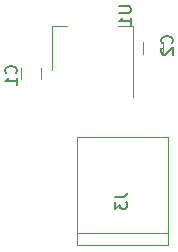
<source format=gbo>
G04 #@! TF.FileFunction,Legend,Bot*
%FSLAX46Y46*%
G04 Gerber Fmt 4.6, Leading zero omitted, Abs format (unit mm)*
G04 Created by KiCad (PCBNEW 4.0.7-e2-6376~58~ubuntu17.04.1) date Tue Sep  5 17:35:11 2017*
%MOMM*%
%LPD*%
G01*
G04 APERTURE LIST*
%ADD10C,0.100000*%
%ADD11C,0.120000*%
%ADD12C,0.150000*%
G04 APERTURE END LIST*
D10*
D11*
X152440000Y-105850000D02*
X144740000Y-105850000D01*
X152440000Y-106850000D02*
X144740000Y-106850000D01*
X144740000Y-106850000D02*
X144740000Y-97650000D01*
X144740000Y-97650000D02*
X152440000Y-97650000D01*
X152440000Y-97650000D02*
X152440000Y-106850000D01*
X141693000Y-91803600D02*
X141693000Y-92803600D01*
X139993000Y-92803600D02*
X139993000Y-91803600D01*
X150280000Y-90670000D02*
X150280000Y-89670000D01*
X151980000Y-89670000D02*
X151980000Y-90670000D01*
X142640000Y-88260000D02*
X143900000Y-88260000D01*
X149460000Y-88260000D02*
X148200000Y-88260000D01*
X142640000Y-92020000D02*
X142640000Y-88260000D01*
X149460000Y-94270000D02*
X149460000Y-88260000D01*
D12*
X147966181Y-102765267D02*
X148680467Y-102765267D01*
X148823324Y-102717647D01*
X148918562Y-102622409D01*
X148966181Y-102479552D01*
X148966181Y-102384314D01*
X147966181Y-103146219D02*
X147966181Y-103765267D01*
X148347133Y-103431933D01*
X148347133Y-103574791D01*
X148394752Y-103670029D01*
X148442371Y-103717648D01*
X148537610Y-103765267D01*
X148775705Y-103765267D01*
X148870943Y-103717648D01*
X148918562Y-103670029D01*
X148966181Y-103574791D01*
X148966181Y-103289076D01*
X148918562Y-103193838D01*
X148870943Y-103146219D01*
X139549143Y-92289334D02*
X139596762Y-92241715D01*
X139644381Y-92098858D01*
X139644381Y-92003620D01*
X139596762Y-91860762D01*
X139501524Y-91765524D01*
X139406286Y-91717905D01*
X139215810Y-91670286D01*
X139072952Y-91670286D01*
X138882476Y-91717905D01*
X138787238Y-91765524D01*
X138692000Y-91860762D01*
X138644381Y-92003620D01*
X138644381Y-92098858D01*
X138692000Y-92241715D01*
X138739619Y-92289334D01*
X139644381Y-93241715D02*
X139644381Y-92670286D01*
X139644381Y-92956000D02*
X138644381Y-92956000D01*
X138787238Y-92860762D01*
X138882476Y-92765524D01*
X138930095Y-92670286D01*
X152757143Y-89749334D02*
X152804762Y-89701715D01*
X152852381Y-89558858D01*
X152852381Y-89463620D01*
X152804762Y-89320762D01*
X152709524Y-89225524D01*
X152614286Y-89177905D01*
X152423810Y-89130286D01*
X152280952Y-89130286D01*
X152090476Y-89177905D01*
X151995238Y-89225524D01*
X151900000Y-89320762D01*
X151852381Y-89463620D01*
X151852381Y-89558858D01*
X151900000Y-89701715D01*
X151947619Y-89749334D01*
X151947619Y-90130286D02*
X151900000Y-90177905D01*
X151852381Y-90273143D01*
X151852381Y-90511239D01*
X151900000Y-90606477D01*
X151947619Y-90654096D01*
X152042857Y-90701715D01*
X152138095Y-90701715D01*
X152280952Y-90654096D01*
X152852381Y-90082667D01*
X152852381Y-90701715D01*
X148296381Y-86614095D02*
X149105905Y-86614095D01*
X149201143Y-86661714D01*
X149248762Y-86709333D01*
X149296381Y-86804571D01*
X149296381Y-86995048D01*
X149248762Y-87090286D01*
X149201143Y-87137905D01*
X149105905Y-87185524D01*
X148296381Y-87185524D01*
X149296381Y-88185524D02*
X149296381Y-87614095D01*
X149296381Y-87899809D02*
X148296381Y-87899809D01*
X148439238Y-87804571D01*
X148534476Y-87709333D01*
X148582095Y-87614095D01*
M02*

</source>
